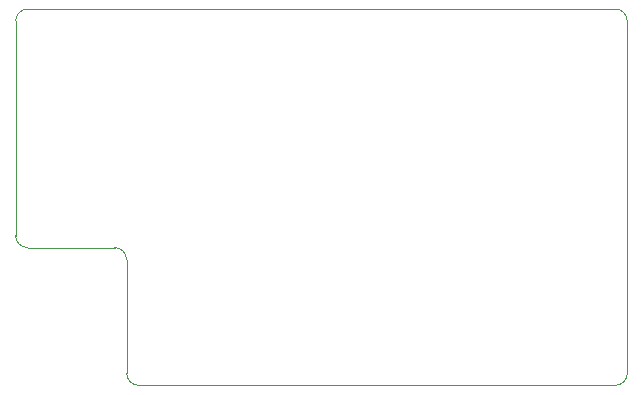
<source format=gbr>
%TF.GenerationSoftware,KiCad,Pcbnew,(5.1.10-1-10_14)*%
%TF.CreationDate,2022-01-16T00:04:22-08:00*%
%TF.ProjectId,FanExpander-kicad,46616e45-7870-4616-9e64-65722d6b6963,rev?*%
%TF.SameCoordinates,Original*%
%TF.FileFunction,Profile,NP*%
%FSLAX46Y46*%
G04 Gerber Fmt 4.6, Leading zero omitted, Abs format (unit mm)*
G04 Created by KiCad (PCBNEW (5.1.10-1-10_14)) date 2022-01-16 00:04:22*
%MOMM*%
%LPD*%
G01*
G04 APERTURE LIST*
%TA.AperFunction,Profile*%
%ADD10C,0.050000*%
%TD*%
G04 APERTURE END LIST*
D10*
X87909400Y-47142400D02*
G75*
G02*
X88925400Y-48158400I0J-1016000D01*
G01*
X88925400Y-77978000D02*
G75*
G02*
X87909400Y-78994000I-1016000J0D01*
G01*
X47548800Y-78994000D02*
G75*
G02*
X46532800Y-77978000I0J1016000D01*
G01*
X45516800Y-67335400D02*
G75*
G02*
X46532800Y-68351400I0J-1016000D01*
G01*
X38150800Y-67335400D02*
G75*
G02*
X37134800Y-66319400I0J1016000D01*
G01*
X37134800Y-48158400D02*
G75*
G02*
X38150800Y-47142400I1016000J0D01*
G01*
X38150800Y-67335400D02*
X45516800Y-67335400D01*
X46532800Y-77978000D02*
X46532800Y-68351400D01*
X87909400Y-78994000D02*
X47548800Y-78994000D01*
X87909400Y-47142400D02*
X38150800Y-47142400D01*
X88925400Y-77978000D02*
X88925400Y-48158400D01*
X37134800Y-48158400D02*
X37134800Y-66319400D01*
M02*

</source>
